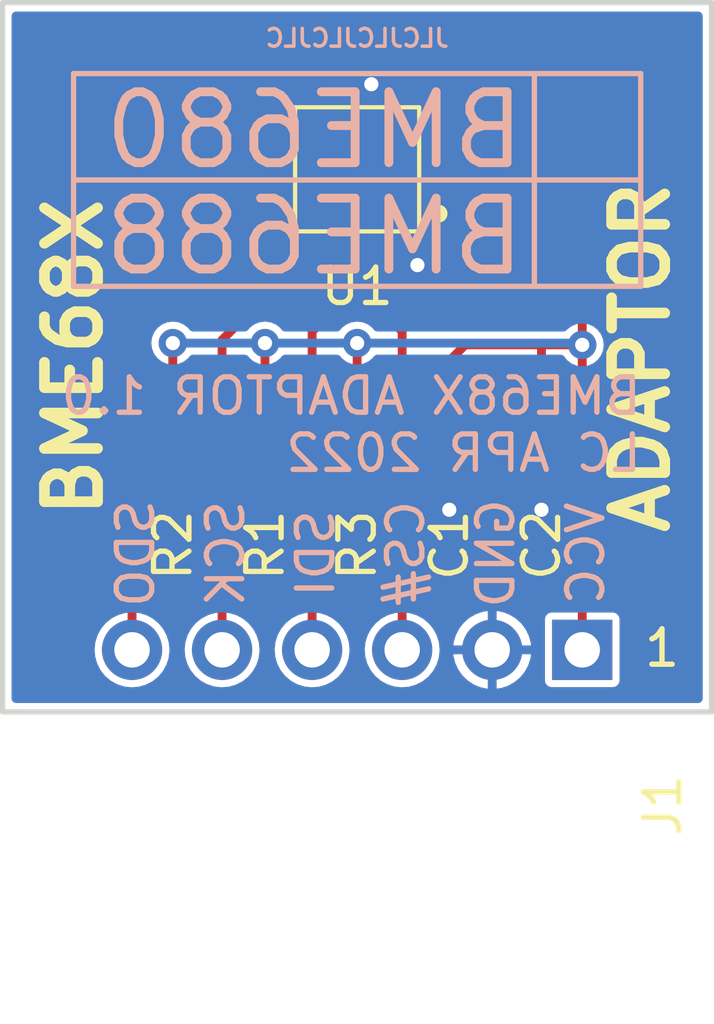
<source format=kicad_pcb>
(kicad_pcb (version 20211014) (generator pcbnew)
  (layers (0 "F.Cu" signal) (31 "B.Cu" signal) (34 "B.Paste" user) (35 "F.Paste" user) (36 "B.SilkS" user "B.Silkscreen") (37 "F.SilkS" user "F.Silkscreen") (38 "B.Mask" user) (39 "F.Mask" user) (44 "Edge.Cuts" user))
  (net 0 "")
  (net 1 "+3V3")
  (net 2 "GND")
  (net 3 "/SDO")
  (net 4 "/SCK")
  (net 5 "/SDI")
  (net 6 "/CS#")
  (footprint "Capacitor_SMD:C_0603_1608Metric_Pad1.08x0.95mm_HandSolder" (layer "F.Cu") (at 142.6 92 -90)
    (fp_text reference "C1" (at 3.3 0 90) (layer "F.SilkS"))
    (fp_text value "100n")
    (pad "1" smd roundrect (at -0.8625 0 270) (size 1.075 0.95) (layers "F.Cu" "F.Paste" "F.Mask") (net 1 "+3V3"))
    (pad "2" smd roundrect (at 0.8625 0 270) (size 1.075 0.95) (layers "F.Cu" "F.Paste" "F.Mask") (net 2 "GND"))
  )
  (footprint "Capacitor_SMD:C_0603_1608Metric_Pad1.08x0.95mm_HandSolder" (layer "F.Cu") (at 145.2 92 -90)
    (fp_text reference "C2" (at 3.3 0 90) (layer "F.SilkS"))
    (fp_text value "100n")
    (pad "1" smd roundrect (at -0.8625 0 270) (size 1.075 0.95) (layers "F.Cu" "F.Paste" "F.Mask") (net 1 "+3V3"))
    (pad "2" smd roundrect (at 0.8625 0 270) (size 1.075 0.95) (layers "F.Cu" "F.Paste" "F.Mask") (net 2 "GND"))
  )
  (footprint "Connector_PinHeader_2.54mm:PinHeader_1x06_P2.54mm_Horizontal" (layer "F.Cu") (at 146.35 98.25 -90)
    (fp_text reference "J1" (at 4.385 -2.27 90) (layer "F.SilkS"))
    (fp_text value "Conn_01x06")
    (pad "1" thru_hole rect (at 0 0 270) (size 1.7 1.7) (drill 1) (layers *.Cu *.Mask) (net 1 "+3V3"))
    (pad "2" thru_hole oval (at 0 2.54 270) (size 1.7 1.7) (drill 1) (layers *.Cu *.Mask) (net 2 "GND"))
    (pad "3" thru_hole oval (at 0 5.08 270) (size 1.7 1.7) (drill 1) (layers *.Cu *.Mask) (net 6 "/CS#"))
    (pad "4" thru_hole oval (at 0 7.62 270) (size 1.7 1.7) (drill 1) (layers *.Cu *.Mask) (net 5 "/SDI"))
    (pad "5" thru_hole oval (at 0 10.16 270) (size 1.7 1.7) (drill 1) (layers *.Cu *.Mask) (net 4 "/SCK"))
    (pad "6" thru_hole oval (at 0 12.7 270) (size 1.7 1.7) (drill 1) (layers *.Cu *.Mask) (net 3 "/SDO"))
  )
  (footprint "Resistor_SMD:R_0603_1608Metric_Pad0.98x0.95mm_HandSolder" (layer "F.Cu") (at 137.4 92 -90)
    (fp_text reference "R1" (at 3.3 0 90) (layer "F.SilkS"))
    (fp_text value "4k7")
    (pad "1" smd roundrect (at -0.9125 0 270) (size 0.975 0.95) (layers "F.Cu" "F.Paste" "F.Mask") (net 1 "+3V3"))
    (pad "2" smd roundrect (at 0.9125 0 270) (size 0.975 0.95) (layers "F.Cu" "F.Paste" "F.Mask") (net 5 "/SDI"))
  )
  (footprint "Resistor_SMD:R_0603_1608Metric_Pad0.98x0.95mm_HandSolder" (layer "F.Cu") (at 140 92 -90)
    (fp_text reference "R3" (at 3.3 0 90) (layer "F.SilkS"))
    (fp_text value "0R")
    (pad "1" smd roundrect (at -0.9125 0 270) (size 0.975 0.95) (layers "F.Cu" "F.Paste" "F.Mask") (net 1 "+3V3"))
    (pad "2" smd roundrect (at 0.9125 0 270) (size 0.975 0.95) (layers "F.Cu" "F.Paste" "F.Mask") (net 6 "/CS#"))
  )
  (footprint "Resistor_SMD:R_0603_1608Metric_Pad0.98x0.95mm_HandSolder" (layer "F.Cu") (at 134.8 92 -90)
    (fp_text reference "R2" (at 3.3 0 90) (layer "F.SilkS"))
    (fp_text value "4k7")
    (pad "1" smd roundrect (at -0.9125 0 270) (size 0.975 0.95) (layers "F.Cu" "F.Paste" "F.Mask") (net 1 "+3V3"))
    (pad "2" smd roundrect (at 0.9125 0 270) (size 0.975 0.95) (layers "F.Cu" "F.Paste" "F.Mask") (net 4 "/SCK"))
  )
  (footprint "Package_LGA:Bosch_LGA-8_3x3mm_P0.8mm_ClockwisePinNumbering" (layer "F.Cu") (at 140 84.7 180)
    (fp_text reference "U1" (at 0 -3.3) (layer "F.SilkS"))
    (fp_text value "BME680")
    (fp_line (start -1.75 -1.75) (end -1.75 1.75) (layer "F.SilkS") (width 0.12))
    (fp_line (start 1.75 -1.75) (end -1.75 -1.75) (layer "F.SilkS") (width 0.12))
    (fp_line (start 1.75 -1.75) (end 1.75 1.75) (layer "F.SilkS") (width 0.12))
    (fp_line (start 1.75 1.75) (end -1.75 1.75) (layer "F.SilkS") (width 0.12))
    (fp_circle (center -2.3 -1.25) (end -2.175 -1.25) (layer "F.SilkS") (width 0.25) (fill none))
    (pad "1" smd roundrect (at -1.2 -1.1875 180) (size 0.5 0.525) (layers "F.Cu" "F.Paste" "F.Mask") (net 2 "GND"))
    (pad "2" smd roundrect (at -0.4 -1.1875 180) (size 0.5 0.525) (layers "F.Cu" "F.Paste" "F.Mask") (net 6 "/CS#"))
    (pad "3" smd roundrect (at 0.4 -1.1875 180) (size 0.5 0.525) (layers "F.Cu" "F.Paste" "F.Mask") (net 5 "/SDI"))
    (pad "4" smd roundrect (at 1.2 -1.1875 180) (size 0.5 0.525) (layers "F.Cu" "F.Paste" "F.Mask") (net 4 "/SCK"))
    (pad "5" smd roundrect (at 1.2 1.1875 180) (size 0.5 0.525) (layers "F.Cu" "F.Paste" "F.Mask") (net 3 "/SDO"))
    (pad "6" smd roundrect (at 0.4 1.1875 180) (size 0.5 0.525) (layers "F.Cu" "F.Paste" "F.Mask") (net 1 "+3V3"))
    (pad "7" smd roundrect (at -0.4 1.1875 180) (size 0.5 0.525) (layers "F.Cu" "F.Paste" "F.Mask") (net 2 "GND"))
    (pad "8" smd roundrect (at -1.2 1.1875 180) (size 0.5 0.525) (layers "F.Cu" "F.Paste" "F.Mask") (net 1 "+3V3"))
  )
  (gr_line (start 148 85) (end 132 85) (layer "B.SilkS") (width 0.15))
  (gr_line (start 132 82) (end 132 88) (layer "B.SilkS") (width 0.15))
  (gr_line (start 148 88) (end 148 82) (layer "B.SilkS") (width 0.15))
  (gr_line (start 148 82) (end 132 82) (layer "B.SilkS") (width 0.15))
  (gr_line (start 145 82) (end 145 87.9) (layer "B.SilkS") (width 0.15))
  (gr_line (start 132 88) (end 148 88) (layer "B.SilkS") (width 0.15))
  (gr_line (start 130 100) (end 130 80) (layer "Edge.Cuts") (width 0.15))
  (gr_line (start 130 80) (end 150 80) (layer "Edge.Cuts") (width 0.15))
  (gr_line (start 150 80) (end 150 100) (layer "Edge.Cuts") (width 0.15))
  (gr_line (start 150 100) (end 130 100) (layer "Edge.Cuts") (width 0.15))
  (gr_text "SCK" (at 136.29 95.53 90) (layer "B.SilkS") (effects (font (size 1 1)) (justify mirror)))
  (gr_text "GND" (at 143.91 95.53 90) (layer "B.SilkS") (effects (font (size 1 1)) (justify mirror)))
  (gr_text "JLCJLCJLCJLC" (at 140 81) (layer "B.SilkS") (effects (font (size 0.5 0.5) (thickness 0.1)) (justify mirror)))
  (gr_text "BME68X ADAPTOR 1.0\nLC APR 2022" (at 148.1 91.9) (layer "B.SilkS") (effects (font (size 1 1)) (justify left mirror)))
  (gr_text "SDO" (at 133.75 95.53 90) (layer "B.SilkS") (effects (font (size 1 1)) (justify mirror)))
  (gr_text "CS#" (at 141.37 95.53 90) (layer "B.SilkS") (effects (font (size 1 1)) (justify mirror)))
  (gr_text "BME688" (at 138.8 86.6) (layer "B.SilkS") (effects (font (size 2 2) (thickness 0.25)) (justify mirror)))
  (gr_text "BME680" (at 138.8 83.6) (layer "B.SilkS") (effects (font (size 2 2) (thickness 0.25)) (justify mirror)))
  (gr_text "VCC" (at 146.45 95.53 90) (layer "B.SilkS") (effects (font (size 1 1)) (justify mirror)))
  (gr_text "SDI" (at 138.83 95.53 90) (layer "B.SilkS") (effects (font (size 1 1)) (justify mirror)))
  (gr_text "1" (at 148.6 98.2) (layer "F.SilkS") (effects (font (size 1 1))))
  (gr_text "ADAPTOR" (at 148 90 90) (layer "F.SilkS") (effects (font (size 1.5 1.5) (thickness 0.3))))
  (gr_text "BME68X" (at 132 90 90) (layer "F.SilkS") (effects (font (size 1.5 1.5) (thickness 0.3))))
  (segment (start 145.2 89.7) (end 145.15 89.65) (width 0.25) (layer "F.Cu") (net 1))
  (segment (start 139.9 81.5) (end 141.2 81.5) (width 0.25) (layer "F.Cu") (net 1))
  (segment (start 145.4 81.5) (end 146.35 82.45) (width 0.25) (layer "F.Cu") (net 1))
  (segment (start 145.15 89.65) (end 143.05 89.65) (width 0.25) (layer "F.Cu") (net 1))
  (segment (start 139.6 83.5125) (end 139.6 81.8) (width 0.25) (layer "F.Cu") (net 1))
  (segment (start 141.2 83.5125) (end 141.2 81.5) (width 0.25) (layer "F.Cu") (net 1))
  (segment (start 134.8 91.0875) (end 134.8 89.6) (width 0.25) (layer "F.Cu") (net 1))
  (segment (start 146.35 89.65) (end 146.35 98.25) (width 0.25) (layer "F.Cu") (net 1))
  (segment (start 137.4 91.0875) (end 137.4 89.6) (width 0.25) (layer "F.Cu") (net 1))
  (segment (start 141.2 81.5) (end 145.4 81.5) (width 0.25) (layer "F.Cu") (net 1))
  (segment (start 139.6 81.8) (end 139.9 81.5) (width 0.25) (layer "F.Cu") (net 1))
  (segment (start 146.35 82.45) (end 146.35 89.65) (width 0.25) (layer "F.Cu") (net 1))
  (segment (start 143.05 89.65) (end 142.6 90.1) (width 0.25) (layer "F.Cu") (net 1))
  (segment (start 140 91.0875) (end 140 89.6) (width 0.25) (layer "F.Cu") (net 1))
  (segment (start 142.6 90.1) (end 142.6 91.1375) (width 0.25) (layer "F.Cu") (net 1))
  (segment (start 145.2 91.1375) (end 145.2 89.7) (width 0.25) (layer "F.Cu") (net 1))
  (segment (start 146.35 89.65) (end 145.15 89.65) (width 0.25) (layer "F.Cu") (net 1))
  (via (at 146.35 89.65) (size 0.8) (drill 0.4) (layers "F.Cu" "B.Cu") (net 1))
  (via (at 134.8 89.6) (size 0.8) (drill 0.4) (layers "F.Cu" "B.Cu") (net 1))
  (via (at 140 89.6) (size 0.8) (drill 0.4) (layers "F.Cu" "B.Cu") (net 1))
  (via (at 137.4 89.6) (size 0.8) (drill 0.4) (layers "F.Cu" "B.Cu") (net 1))
  (segment (start 137.4 89.6) (end 140 89.6) (width 0.25) (layer "B.Cu") (net 1))
  (segment (start 134.8 89.6) (end 137.4 89.6) (width 0.25) (layer "B.Cu") (net 1))
  (segment (start 140 89.6) (end 146.3 89.6) (width 0.25) (layer "B.Cu") (net 1))
  (segment (start 146.3 89.6) (end 146.35 89.65) (width 0.25) (layer "B.Cu") (net 1))
  (segment (start 141.7 87.4) (end 141.2 86.9) (width 0.25) (layer "F.Cu") (net 2))
  (segment (start 140.4 83.5125) (end 140.4 82.3) (width 0.25) (layer "F.Cu") (net 2))
  (segment (start 145.2 92.8625) (end 145.2 94.3) (width 0.25) (layer "F.Cu") (net 2))
  (segment (start 145.2 92.8625) (end 145.2 94.1) (width 0.25) (layer "F.Cu") (net 2))
  (segment (start 141.2 86.9) (end 141.2 85.8875) (width 0.25) (layer "F.Cu") (net 2))
  (segment (start 142.6 94.3) (end 142.6 92.8625) (width 0.25) (layer "F.Cu") (net 2))
  (via (at 142.6 94.3) (size 0.8) (drill 0.4) (layers "F.Cu" "B.Cu") (net 2))
  (via (at 141.7 87.4) (size 0.8) (drill 0.4) (layers "F.Cu" "B.Cu") (net 2))
  (via (at 145.2 94.3) (size 0.8) (drill 0.4) (layers "F.Cu" "B.Cu") (net 2))
  (via (at 140.4 82.3) (size 0.8) (drill 0.4) (layers "F.Cu" "B.Cu") (net 2))
  (segment (start 138.4 81.5) (end 138.8 81.9) (width 0.25) (layer "F.Cu") (net 3))
  (segment (start 133.65 82.45) (end 134.6 81.5) (width 0.25) (layer "F.Cu") (net 3))
  (segment (start 134.6 81.5) (end 138.4 81.5) (width 0.25) (layer "F.Cu") (net 3))
  (segment (start 138.8 81.9) (end 138.8 83.5125) (width 0.25) (layer "F.Cu") (net 3))
  (segment (start 133.65 98.25) (end 133.65 82.45) (width 0.25) (layer "F.Cu") (net 3))
  (segment (start 136.19 94.61) (end 136.19 89.51) (width 0.25) (layer "F.Cu") (net 4))
  (segment (start 138.8 86.9) (end 138.8 85.8875) (width 0.25) (layer "F.Cu") (net 4))
  (segment (start 136.19 89.51) (end 138.8 86.9) (width 0.25) (layer "F.Cu") (net 4))
  (segment (start 136.19 98.25) (end 136.19 94.61) (width 0.25) (layer "F.Cu") (net 4))
  (segment (start 135.21 94.61) (end 136.19 94.61) (width 0.25) (layer "F.Cu") (net 4))
  (segment (start 134.8 92.9125) (end 134.8 94.2) (width 0.25) (layer "F.Cu") (net 4))
  (segment (start 134.8 94.2) (end 135.21 94.61) (width 0.25) (layer "F.Cu") (net 4))
  (segment (start 138.73 94.53) (end 138.73 94.97) (width 0.25) (layer "F.Cu") (net 5))
  (segment (start 139.6 88.4) (end 138.73 89.27) (width 0.25) (layer "F.Cu") (net 5))
  (segment (start 138.66 94.6) (end 138.73 94.53) (width 0.25) (layer "F.Cu") (net 5))
  (segment (start 139.6 85.8875) (end 139.6 88.4) (width 0.25) (layer "F.Cu") (net 5))
  (segment (start 137.4 94.2) (end 137.8 94.6) (width 0.25) (layer "F.Cu") (net 5))
  (segment (start 137.8 94.6) (end 138.66 94.6) (width 0.25) (layer "F.Cu") (net 5))
  (segment (start 138.73 89.27) (end 138.73 94.53) (width 0.25) (layer "F.Cu") (net 5))
  (segment (start 137.4 92.9125) (end 137.4 94.2) (width 0.25) (layer "F.Cu") (net 5))
  (segment (start 138.73 94.97) (end 138.73 98.25) (width 0.25) (layer "F.Cu") (net 5))
  (segment (start 140.4 94.6) (end 141.2 94.6) (width 0.25) (layer "F.Cu") (net 6))
  (segment (start 140.4 85.8875) (end 140.4 88.4) (width 0.25) (layer "F.Cu") (net 6))
  (segment (start 140.4 88.4) (end 141.27 89.27) (width 0.25) (layer "F.Cu") (net 6))
  (segment (start 141.27 94.53) (end 141.27 98.25) (width 0.25) (layer "F.Cu") (net 6))
  (segment (start 141.2 94.6) (end 141.27 94.53) (width 0.25) (layer "F.Cu") (net 6))
  (segment (start 140 94.2) (end 140.4 94.6) (width 0.25) (layer "F.Cu") (net 6))
  (segment (start 140 92.9125) (end 140 94.2) (width 0.25) (layer "F.Cu") (net 6))
  (segment (start 141.27 89.27) (end 141.27 94.53) (width 0.25) (layer "F.Cu") (net 6))
  (zone (net 2) (net_name "GND") (layer "B.Cu") (connect_pads (clearance 0)) (min_thickness 0.25) (fill yes (thermal_gap 0.25) (thermal_bridge_width 0.25))
    (polygon (pts (xy 149.75 99.75) (xy 130.25 99.75) (xy 130.25 80.25) (xy 149.75 80.25)))
  )
)
</source>
